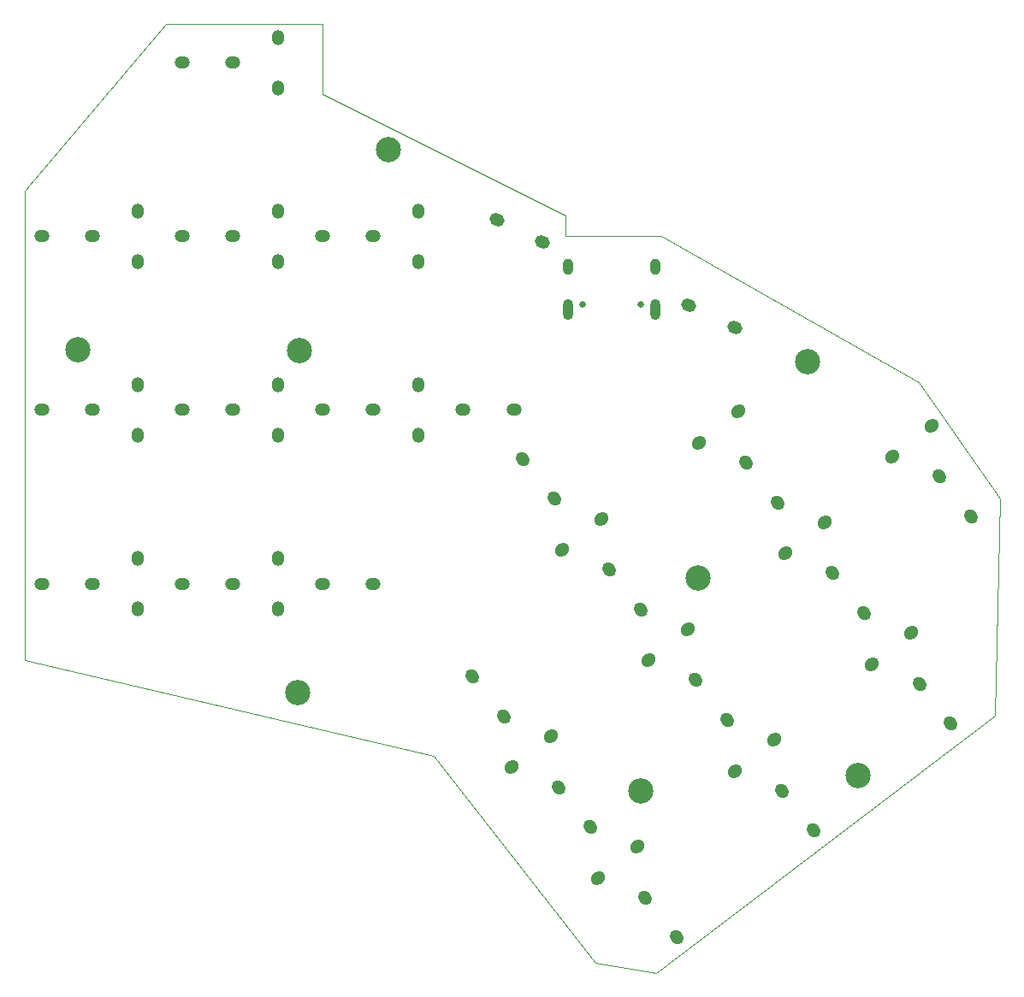
<source format=gbs>
G04 #@! TF.GenerationSoftware,KiCad,Pcbnew,8.0.4*
G04 #@! TF.CreationDate,2024-08-15T05:56:16-07:00*
G04 #@! TF.ProjectId,fixer-otg,66697865-722d-46f7-9467-2e6b69636164,rev?*
G04 #@! TF.SameCoordinates,Original*
G04 #@! TF.FileFunction,Soldermask,Bot*
G04 #@! TF.FilePolarity,Negative*
%FSLAX46Y46*%
G04 Gerber Fmt 4.6, Leading zero omitted, Abs format (unit mm)*
G04 Created by KiCad (PCBNEW 8.0.4) date 2024-08-15 05:56:16*
%MOMM*%
%LPD*%
G01*
G04 APERTURE LIST*
G04 Aperture macros list*
%AMHorizOval*
0 Thick line with rounded ends*
0 $1 width*
0 $2 $3 position (X,Y) of the first rounded end (center of the circle)*
0 $4 $5 position (X,Y) of the second rounded end (center of the circle)*
0 Add line between two ends*
20,1,$1,$2,$3,$4,$5,0*
0 Add two circle primitives to create the rounded ends*
1,1,$1,$2,$3*
1,1,$1,$4,$5*%
G04 Aperture macros list end*
%ADD10O,1.224000X1.524000*%
%ADD11HorizOval,1.224000X0.118202X0.092349X-0.118202X-0.092349X0*%
%ADD12O,1.524000X1.224000*%
%ADD13C,2.500000*%
%ADD14HorizOval,1.224000X0.092349X-0.118202X-0.092349X0.118202X0*%
%ADD15HorizOval,1.224000X0.134819X-0.065756X-0.134819X0.065756X0*%
%ADD16C,0.650000*%
%ADD17O,1.000000X2.100000*%
%ADD18O,1.000000X1.600000*%
G04 #@! TA.AperFunction,Profile*
%ADD19C,0.050000*%
G04 #@! TD*
G04 APERTURE END LIST*
D10*
X91057300Y-88742700D03*
X91057300Y-83742700D03*
D11*
X151826973Y-90859454D03*
X155767027Y-87781146D03*
X136277073Y-121991554D03*
X140217127Y-118913246D03*
D10*
X77157300Y-88742700D03*
X77157300Y-83742700D03*
D12*
X81607300Y-86242700D03*
X86607300Y-86242700D03*
D13*
X132618200Y-102886800D03*
D10*
X77157300Y-105942700D03*
X77157300Y-100942700D03*
D14*
X115313746Y-91098973D03*
X118392054Y-95039027D03*
X132429046Y-113005673D03*
X135507354Y-116945727D03*
D15*
X112753015Y-67404072D03*
X117246985Y-69595928D03*
D13*
X143500000Y-81500000D03*
X93195300Y-80395600D03*
D12*
X67707300Y-86242700D03*
X72707300Y-86242700D03*
D13*
X71229000Y-80243900D03*
X102000000Y-60500000D03*
D12*
X109407300Y-86242700D03*
X114407300Y-86242700D03*
D11*
X149830873Y-111402154D03*
X153770927Y-108323846D03*
D14*
X123871446Y-102052373D03*
X126949754Y-105992427D03*
D10*
X91057300Y-105942700D03*
X91057300Y-100942700D03*
D11*
X141273173Y-100448854D03*
X145213227Y-97370546D03*
D14*
X127433046Y-134548373D03*
X130511354Y-138488427D03*
D13*
X127000000Y-124000000D03*
D12*
X95507300Y-69042700D03*
X100507300Y-69042700D03*
D10*
X77157300Y-71542700D03*
X77157300Y-66542700D03*
D14*
X156536646Y-92826973D03*
X159614954Y-96767027D03*
D10*
X104957300Y-71542700D03*
X104957300Y-66542700D03*
D14*
X137425146Y-91462973D03*
X140503454Y-95403027D03*
D11*
X119161673Y-100084854D03*
X123101727Y-97006546D03*
D12*
X67707300Y-69042700D03*
X72707300Y-69042700D03*
D13*
X93062700Y-114216200D03*
D14*
X140986746Y-123959073D03*
X144065054Y-127899127D03*
D11*
X122723273Y-132580954D03*
X126663327Y-129502646D03*
D14*
X145982846Y-102416273D03*
X149061154Y-106356327D03*
D12*
X95507300Y-86242700D03*
X100507300Y-86242700D03*
X81607300Y-51842700D03*
X86607300Y-51842700D03*
D14*
X118875346Y-123595073D03*
X121953654Y-127535127D03*
D10*
X104957300Y-88742700D03*
X104957300Y-83742700D03*
D11*
X127719373Y-111038154D03*
X131659427Y-107959846D03*
D12*
X81607300Y-69042700D03*
X86607300Y-69042700D03*
D14*
X110317646Y-112641673D03*
X113395954Y-116581727D03*
X154540546Y-113369673D03*
X157618854Y-117309727D03*
D10*
X91057300Y-71542700D03*
X91057300Y-66542700D03*
D12*
X95507300Y-103442700D03*
X100507300Y-103442700D03*
D13*
X148467800Y-122442500D03*
D12*
X67707300Y-103442700D03*
X72707300Y-103442700D03*
D15*
X131753015Y-75904072D03*
X136246985Y-78095928D03*
D10*
X91057300Y-54342700D03*
X91057300Y-49342700D03*
D11*
X132715473Y-89495454D03*
X136655527Y-86417146D03*
D16*
X126992400Y-75761000D03*
X121212400Y-75761000D03*
D17*
X128422400Y-76291000D03*
D18*
X128422400Y-72111000D03*
D17*
X119782400Y-76291000D03*
D18*
X119782400Y-72111000D03*
D11*
X114165573Y-121627554D03*
X118105627Y-118549246D03*
D12*
X81607300Y-103442700D03*
X86607300Y-103442700D03*
D19*
X95500000Y-55000000D02*
X119500000Y-67000000D01*
X119500000Y-67000000D02*
X119500000Y-69000000D01*
X95500000Y-48000000D02*
X80000000Y-48000000D01*
X119500000Y-69000000D02*
X129000000Y-69000000D01*
X122500000Y-141000000D02*
X128500000Y-142000000D01*
X66000000Y-64500000D02*
X66000000Y-111000000D01*
X80000000Y-48000000D02*
X66000000Y-64500000D01*
X162500000Y-95000000D02*
X154500000Y-83500000D01*
X95500000Y-55000000D02*
X95500000Y-48000000D01*
X106500000Y-120500000D02*
X122500000Y-141000000D01*
X128500000Y-142000000D02*
X162000000Y-116500000D01*
X129000000Y-69000000D02*
X154500000Y-83500000D01*
X66000000Y-111000000D02*
X106500000Y-120500000D01*
X162000000Y-116500000D02*
X162500000Y-95000000D01*
M02*

</source>
